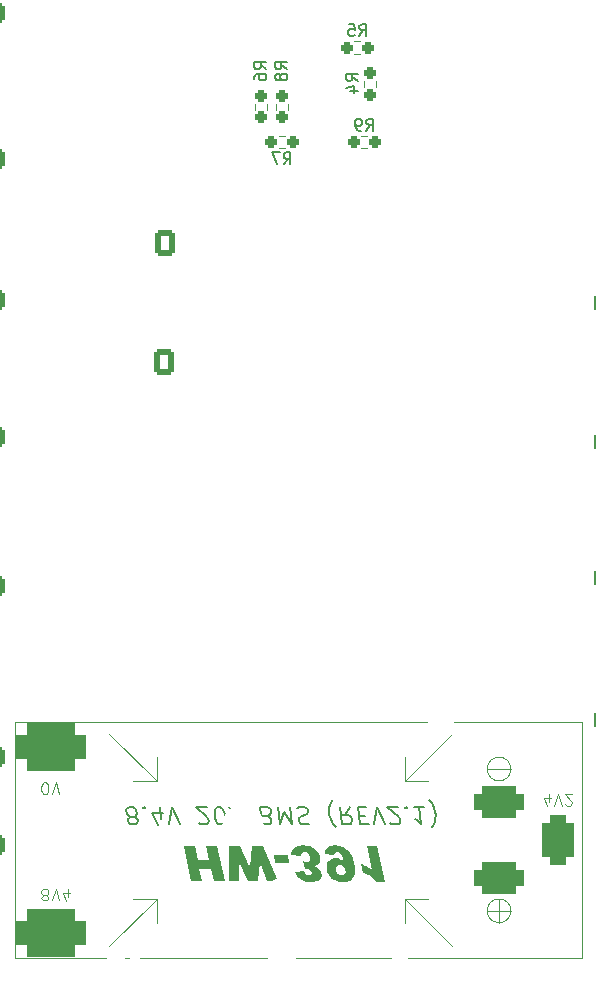
<source format=gbo>
G04 #@! TF.GenerationSoftware,KiCad,Pcbnew,8.0.0*
G04 #@! TF.CreationDate,2024-03-12T14:16:29+01:00*
G04 #@! TF.ProjectId,Samochodzik,53616d6f-6368-46f6-947a-696b2e6b6963,rev?*
G04 #@! TF.SameCoordinates,Original*
G04 #@! TF.FileFunction,Legend,Bot*
G04 #@! TF.FilePolarity,Positive*
%FSLAX46Y46*%
G04 Gerber Fmt 4.6, Leading zero omitted, Abs format (unit mm)*
G04 Created by KiCad (PCBNEW 8.0.0) date 2024-03-12 14:16:29*
%MOMM*%
%LPD*%
G01*
G04 APERTURE LIST*
G04 Aperture macros list*
%AMRoundRect*
0 Rectangle with rounded corners*
0 $1 Rounding radius*
0 $2 $3 $4 $5 $6 $7 $8 $9 X,Y pos of 4 corners*
0 Add a 4 corners polygon primitive as box body*
4,1,4,$2,$3,$4,$5,$6,$7,$8,$9,$2,$3,0*
0 Add four circle primitives for the rounded corners*
1,1,$1+$1,$2,$3*
1,1,$1+$1,$4,$5*
1,1,$1+$1,$6,$7*
1,1,$1+$1,$8,$9*
0 Add four rect primitives between the rounded corners*
20,1,$1+$1,$2,$3,$4,$5,0*
20,1,$1+$1,$4,$5,$6,$7,0*
20,1,$1+$1,$6,$7,$8,$9,0*
20,1,$1+$1,$8,$9,$2,$3,0*%
G04 Aperture macros list end*
%ADD10C,0.150000*%
%ADD11C,0.100000*%
%ADD12C,0.200000*%
%ADD13C,0.120000*%
%ADD14RoundRect,0.250000X0.845000X-0.620000X0.845000X0.620000X-0.845000X0.620000X-0.845000X-0.620000X0*%
%ADD15O,2.190000X1.740000*%
%ADD16R,1.700000X1.700000*%
%ADD17O,1.700000X1.700000*%
%ADD18R,1.600000X1.600000*%
%ADD19C,1.600000*%
%ADD20RoundRect,0.250000X-0.845000X0.620000X-0.845000X-0.620000X0.845000X-0.620000X0.845000X0.620000X0*%
%ADD21R,1.500000X1.500000*%
%ADD22C,1.500000*%
%ADD23R,2.200000X2.200000*%
%ADD24O,2.200000X2.200000*%
%ADD25O,3.500000X3.500000*%
%ADD26R,1.905000X2.000000*%
%ADD27O,1.905000X2.000000*%
%ADD28R,1.800000X1.800000*%
%ADD29C,1.800000*%
%ADD30RoundRect,0.250000X0.620000X0.845000X-0.620000X0.845000X-0.620000X-0.845000X0.620000X-0.845000X0*%
%ADD31O,1.740000X2.190000*%
%ADD32C,2.000000*%
%ADD33C,3.200000*%
%ADD34O,1.600000X1.600000*%
%ADD35C,2.600000*%
%ADD36RoundRect,0.237500X-0.237500X0.250000X-0.237500X-0.250000X0.237500X-0.250000X0.237500X0.250000X0*%
%ADD37RoundRect,0.237500X-0.250000X-0.237500X0.250000X-0.237500X0.250000X0.237500X-0.250000X0.237500X0*%
%ADD38RoundRect,0.687500X1.437500X0.687500X-1.437500X0.687500X-1.437500X-0.687500X1.437500X-0.687500X0*%
%ADD39RoundRect,0.687500X-0.687500X1.437500X-0.687500X-1.437500X0.687500X-1.437500X0.687500X1.437500X0*%
%ADD40RoundRect,1.000000X2.000000X1.000000X-2.000000X1.000000X-2.000000X-1.000000X2.000000X-1.000000X0*%
%ADD41RoundRect,0.237500X0.250000X0.237500X-0.250000X0.237500X-0.250000X-0.237500X0.250000X-0.237500X0*%
G04 APERTURE END LIST*
D10*
X214179155Y-54745549D02*
X213702964Y-54412216D01*
X214179155Y-54174121D02*
X213179155Y-54174121D01*
X213179155Y-54174121D02*
X213179155Y-54555073D01*
X213179155Y-54555073D02*
X213226774Y-54650311D01*
X213226774Y-54650311D02*
X213274393Y-54697930D01*
X213274393Y-54697930D02*
X213369631Y-54745549D01*
X213369631Y-54745549D02*
X213512488Y-54745549D01*
X213512488Y-54745549D02*
X213607726Y-54697930D01*
X213607726Y-54697930D02*
X213655345Y-54650311D01*
X213655345Y-54650311D02*
X213702964Y-54555073D01*
X213702964Y-54555073D02*
X213702964Y-54174121D01*
X213179155Y-55602692D02*
X213179155Y-55412216D01*
X213179155Y-55412216D02*
X213226774Y-55316978D01*
X213226774Y-55316978D02*
X213274393Y-55269359D01*
X213274393Y-55269359D02*
X213417250Y-55174121D01*
X213417250Y-55174121D02*
X213607726Y-55126502D01*
X213607726Y-55126502D02*
X213988678Y-55126502D01*
X213988678Y-55126502D02*
X214083916Y-55174121D01*
X214083916Y-55174121D02*
X214131536Y-55221740D01*
X214131536Y-55221740D02*
X214179155Y-55316978D01*
X214179155Y-55316978D02*
X214179155Y-55507454D01*
X214179155Y-55507454D02*
X214131536Y-55602692D01*
X214131536Y-55602692D02*
X214083916Y-55650311D01*
X214083916Y-55650311D02*
X213988678Y-55697930D01*
X213988678Y-55697930D02*
X213750583Y-55697930D01*
X213750583Y-55697930D02*
X213655345Y-55650311D01*
X213655345Y-55650311D02*
X213607726Y-55602692D01*
X213607726Y-55602692D02*
X213560107Y-55507454D01*
X213560107Y-55507454D02*
X213560107Y-55316978D01*
X213560107Y-55316978D02*
X213607726Y-55221740D01*
X213607726Y-55221740D02*
X213655345Y-55174121D01*
X213655345Y-55174121D02*
X213750583Y-55126502D01*
X221954819Y-55745833D02*
X221478628Y-55412500D01*
X221954819Y-55174405D02*
X220954819Y-55174405D01*
X220954819Y-55174405D02*
X220954819Y-55555357D01*
X220954819Y-55555357D02*
X221002438Y-55650595D01*
X221002438Y-55650595D02*
X221050057Y-55698214D01*
X221050057Y-55698214D02*
X221145295Y-55745833D01*
X221145295Y-55745833D02*
X221288152Y-55745833D01*
X221288152Y-55745833D02*
X221383390Y-55698214D01*
X221383390Y-55698214D02*
X221431009Y-55650595D01*
X221431009Y-55650595D02*
X221478628Y-55555357D01*
X221478628Y-55555357D02*
X221478628Y-55174405D01*
X221288152Y-56602976D02*
X221954819Y-56602976D01*
X220907200Y-56364881D02*
X221621485Y-56126786D01*
X221621485Y-56126786D02*
X221621485Y-56745833D01*
X215666666Y-62797319D02*
X215999999Y-62321128D01*
X216238094Y-62797319D02*
X216238094Y-61797319D01*
X216238094Y-61797319D02*
X215857142Y-61797319D01*
X215857142Y-61797319D02*
X215761904Y-61844938D01*
X215761904Y-61844938D02*
X215714285Y-61892557D01*
X215714285Y-61892557D02*
X215666666Y-61987795D01*
X215666666Y-61987795D02*
X215666666Y-62130652D01*
X215666666Y-62130652D02*
X215714285Y-62225890D01*
X215714285Y-62225890D02*
X215761904Y-62273509D01*
X215761904Y-62273509D02*
X215857142Y-62321128D01*
X215857142Y-62321128D02*
X216238094Y-62321128D01*
X215333332Y-61797319D02*
X214666666Y-61797319D01*
X214666666Y-61797319D02*
X215095237Y-62797319D01*
D11*
X195394360Y-116127580D02*
X195489598Y-116127580D01*
X195489598Y-116127580D02*
X195584836Y-116079961D01*
X195584836Y-116079961D02*
X195632455Y-116032342D01*
X195632455Y-116032342D02*
X195680074Y-115937104D01*
X195680074Y-115937104D02*
X195727693Y-115746628D01*
X195727693Y-115746628D02*
X195727693Y-115508533D01*
X195727693Y-115508533D02*
X195680074Y-115318057D01*
X195680074Y-115318057D02*
X195632455Y-115222819D01*
X195632455Y-115222819D02*
X195584836Y-115175200D01*
X195584836Y-115175200D02*
X195489598Y-115127580D01*
X195489598Y-115127580D02*
X195394360Y-115127580D01*
X195394360Y-115127580D02*
X195299122Y-115175200D01*
X195299122Y-115175200D02*
X195251503Y-115222819D01*
X195251503Y-115222819D02*
X195203884Y-115318057D01*
X195203884Y-115318057D02*
X195156265Y-115508533D01*
X195156265Y-115508533D02*
X195156265Y-115746628D01*
X195156265Y-115746628D02*
X195203884Y-115937104D01*
X195203884Y-115937104D02*
X195251503Y-116032342D01*
X195251503Y-116032342D02*
X195299122Y-116079961D01*
X195299122Y-116079961D02*
X195394360Y-116127580D01*
X196013408Y-116127580D02*
X196346741Y-115127580D01*
X196346741Y-115127580D02*
X196680074Y-116127580D01*
D12*
G36*
X207831297Y-123511256D02*
G01*
X208744277Y-123511256D01*
X208529588Y-122479574D01*
X209526831Y-122479574D01*
X209741521Y-123511256D01*
X210658164Y-123511256D01*
X210033879Y-120510000D01*
X209117236Y-120510000D01*
X209370760Y-121729260D01*
X208373517Y-121729260D01*
X208119993Y-120510000D01*
X207207013Y-120510000D01*
X207831297Y-123511256D01*
G37*
G36*
X211018667Y-123511256D02*
G01*
X211886217Y-123511256D01*
X211849581Y-121834773D01*
X212653384Y-123511256D01*
X213518736Y-123511256D01*
X213627180Y-121834773D01*
X214288101Y-123511256D01*
X215151256Y-123511256D01*
X213875575Y-120510000D01*
X212980914Y-120510000D01*
X212855617Y-122399706D01*
X211947034Y-120510000D01*
X211051639Y-120510000D01*
X211018667Y-123511256D01*
G37*
G36*
X214948290Y-121963733D02*
G01*
X216141905Y-121963733D01*
X216005617Y-121307208D01*
X214812002Y-121307208D01*
X214948290Y-121963733D01*
G37*
G36*
X217358234Y-122620258D02*
G01*
X216608653Y-122752149D01*
X216680343Y-122892163D01*
X216761873Y-123019297D01*
X216869429Y-123151341D01*
X216990378Y-123265855D01*
X217104710Y-123350055D01*
X217253028Y-123431139D01*
X217394279Y-123484789D01*
X217548564Y-123523806D01*
X217715883Y-123548193D01*
X217865274Y-123557337D01*
X217927564Y-123558150D01*
X218099548Y-123552927D01*
X218253714Y-123537256D01*
X218415195Y-123504661D01*
X218571162Y-123447620D01*
X218706648Y-123357357D01*
X218720376Y-123344193D01*
X218818470Y-123215503D01*
X218872051Y-123069309D01*
X218881119Y-122905610D01*
X218866922Y-122807103D01*
X218818690Y-122659310D01*
X218738291Y-122523125D01*
X218690334Y-122464187D01*
X218573762Y-122354140D01*
X218442645Y-122262678D01*
X218318108Y-122194542D01*
X218458792Y-122147098D01*
X218558443Y-122092693D01*
X218665971Y-121984066D01*
X218735031Y-121845764D01*
X218761177Y-121701047D01*
X218753056Y-121546323D01*
X218741625Y-121481598D01*
X218699984Y-121333664D01*
X218637710Y-121189093D01*
X218554801Y-121047883D01*
X218499825Y-120970886D01*
X218401136Y-120855893D01*
X218290448Y-120754914D01*
X218167762Y-120667948D01*
X218033077Y-120594996D01*
X217884425Y-120537294D01*
X217740680Y-120500328D01*
X217584172Y-120475985D01*
X217414902Y-120464264D01*
X217338450Y-120463105D01*
X217171504Y-120467698D01*
X217022650Y-120481477D01*
X216874685Y-120508474D01*
X216722958Y-120559092D01*
X216588402Y-120636064D01*
X216477915Y-120733988D01*
X216398360Y-120841193D01*
X216332352Y-120980315D01*
X216290679Y-121126173D01*
X216268100Y-121273231D01*
X216265003Y-121307941D01*
X217104710Y-121400997D01*
X217121110Y-121250348D01*
X217188137Y-121112429D01*
X217193370Y-121107173D01*
X217327665Y-121037278D01*
X217435170Y-121025840D01*
X217582968Y-121051439D01*
X217717242Y-121128236D01*
X217734124Y-121142344D01*
X217834001Y-121259652D01*
X217894344Y-121394953D01*
X217909246Y-121453754D01*
X217922148Y-121600217D01*
X217877346Y-121746860D01*
X217867480Y-121760767D01*
X217743034Y-121849047D01*
X217602965Y-121869944D01*
X217450008Y-121851625D01*
X217327459Y-121823049D01*
X217498185Y-122441472D01*
X217603698Y-122432679D01*
X217756106Y-122455211D01*
X217890928Y-122522805D01*
X217997075Y-122627869D01*
X218043335Y-122736029D01*
X218028910Y-122886192D01*
X218001570Y-122924340D01*
X217868163Y-122989793D01*
X217794940Y-122995415D01*
X217642956Y-122968985D01*
X217541416Y-122911884D01*
X217441765Y-122797578D01*
X217372668Y-122658305D01*
X217358234Y-122620258D01*
G37*
G36*
X220124943Y-120464576D02*
G01*
X220303509Y-120481127D01*
X220473132Y-120516067D01*
X220633810Y-120569398D01*
X220785543Y-120641118D01*
X220928332Y-120731228D01*
X221062177Y-120839727D01*
X221185767Y-120968012D01*
X221275985Y-121085890D01*
X221358508Y-121217323D01*
X221433338Y-121362312D01*
X221500474Y-121520856D01*
X221559917Y-121692955D01*
X221611666Y-121878610D01*
X221645429Y-122026748D01*
X221665189Y-122128300D01*
X221690079Y-122289110D01*
X221704916Y-122439366D01*
X221709450Y-122605741D01*
X221699507Y-122756918D01*
X221669609Y-122914082D01*
X221630685Y-123033539D01*
X221562839Y-123172941D01*
X221464726Y-123302617D01*
X221343545Y-123403545D01*
X221281320Y-123439780D01*
X221137430Y-123497757D01*
X220990264Y-123532634D01*
X220823253Y-123552715D01*
X220664305Y-123558150D01*
X220641367Y-123558029D01*
X220486206Y-123550411D01*
X220320472Y-123527192D01*
X220167103Y-123488495D01*
X220026099Y-123434319D01*
X219911986Y-123374783D01*
X219776605Y-123281545D01*
X219666970Y-123182902D01*
X219567411Y-123069420D01*
X219480857Y-122945589D01*
X219410240Y-122815163D01*
X219355560Y-122678143D01*
X219316817Y-122534528D01*
X219296846Y-122407194D01*
X220086148Y-122407194D01*
X220101570Y-122557976D01*
X220117841Y-122623757D01*
X220179571Y-122769671D01*
X220277424Y-122886238D01*
X220293856Y-122899459D01*
X220425308Y-122971426D01*
X220571249Y-122995415D01*
X220582026Y-122995297D01*
X220725488Y-122965190D01*
X220840893Y-122874515D01*
X220867454Y-122834479D01*
X220905922Y-122687325D01*
X220892184Y-122540390D01*
X220876137Y-122477053D01*
X220812817Y-122334645D01*
X220709734Y-122217257D01*
X220683466Y-122197091D01*
X220552874Y-122129211D01*
X220398325Y-122104417D01*
X220258727Y-122130016D01*
X220143335Y-122220921D01*
X220119325Y-122259868D01*
X220086148Y-122407194D01*
X219296846Y-122407194D01*
X219296306Y-122403750D01*
X219291291Y-122256403D01*
X219312464Y-122097716D01*
X219362738Y-121953265D01*
X219442114Y-121823049D01*
X219483972Y-121772766D01*
X219594112Y-121674672D01*
X219741368Y-121595537D01*
X219888925Y-121555145D01*
X220053942Y-121541681D01*
X220129170Y-121544412D01*
X220284210Y-121569063D01*
X220428367Y-121619351D01*
X220547543Y-121683815D01*
X220669317Y-121769405D01*
X220782274Y-121865547D01*
X220773464Y-121835513D01*
X220721772Y-121669069D01*
X220672090Y-121526221D01*
X220608972Y-121372462D01*
X220528018Y-121229539D01*
X220459165Y-121150168D01*
X220331018Y-121059459D01*
X220177773Y-121025840D01*
X220137931Y-121028056D01*
X220003384Y-121088855D01*
X219960308Y-121162025D01*
X219940369Y-121307208D01*
X219105059Y-121214884D01*
X219123271Y-121081712D01*
X219162532Y-120936734D01*
X219226692Y-120800893D01*
X219274677Y-120732231D01*
X219385373Y-120624809D01*
X219512456Y-120548834D01*
X219574677Y-120524137D01*
X219723484Y-120487300D01*
X219885186Y-120468463D01*
X220051011Y-120463105D01*
X220124943Y-120464576D01*
G37*
G36*
X224215108Y-123558150D02*
G01*
X223581297Y-120510000D01*
X222750383Y-120510000D01*
X223165108Y-122505952D01*
X223035541Y-122420912D01*
X222909800Y-122345493D01*
X222774575Y-122272979D01*
X222721807Y-122247299D01*
X222582131Y-122186262D01*
X222440760Y-122132675D01*
X222284551Y-122080363D01*
X222210362Y-122057522D01*
X222356908Y-122760942D01*
X222518337Y-122813707D01*
X222667402Y-122870336D01*
X222804101Y-122930829D01*
X222947957Y-123006288D01*
X223074982Y-123087006D01*
X223205454Y-123188168D01*
X223325758Y-123300413D01*
X223435897Y-123423740D01*
X223535868Y-123558150D01*
X224215108Y-123558150D01*
G37*
D11*
X195346741Y-124699009D02*
X195251503Y-124746628D01*
X195251503Y-124746628D02*
X195203884Y-124794247D01*
X195203884Y-124794247D02*
X195156265Y-124889485D01*
X195156265Y-124889485D02*
X195156265Y-124937104D01*
X195156265Y-124937104D02*
X195203884Y-125032342D01*
X195203884Y-125032342D02*
X195251503Y-125079961D01*
X195251503Y-125079961D02*
X195346741Y-125127580D01*
X195346741Y-125127580D02*
X195537217Y-125127580D01*
X195537217Y-125127580D02*
X195632455Y-125079961D01*
X195632455Y-125079961D02*
X195680074Y-125032342D01*
X195680074Y-125032342D02*
X195727693Y-124937104D01*
X195727693Y-124937104D02*
X195727693Y-124889485D01*
X195727693Y-124889485D02*
X195680074Y-124794247D01*
X195680074Y-124794247D02*
X195632455Y-124746628D01*
X195632455Y-124746628D02*
X195537217Y-124699009D01*
X195537217Y-124699009D02*
X195346741Y-124699009D01*
X195346741Y-124699009D02*
X195251503Y-124651390D01*
X195251503Y-124651390D02*
X195203884Y-124603771D01*
X195203884Y-124603771D02*
X195156265Y-124508533D01*
X195156265Y-124508533D02*
X195156265Y-124318057D01*
X195156265Y-124318057D02*
X195203884Y-124222819D01*
X195203884Y-124222819D02*
X195251503Y-124175200D01*
X195251503Y-124175200D02*
X195346741Y-124127580D01*
X195346741Y-124127580D02*
X195537217Y-124127580D01*
X195537217Y-124127580D02*
X195632455Y-124175200D01*
X195632455Y-124175200D02*
X195680074Y-124222819D01*
X195680074Y-124222819D02*
X195727693Y-124318057D01*
X195727693Y-124318057D02*
X195727693Y-124508533D01*
X195727693Y-124508533D02*
X195680074Y-124603771D01*
X195680074Y-124603771D02*
X195632455Y-124651390D01*
X195632455Y-124651390D02*
X195537217Y-124699009D01*
X196013408Y-125127580D02*
X196346741Y-124127580D01*
X196346741Y-124127580D02*
X196680074Y-125127580D01*
X197441979Y-124794247D02*
X197441979Y-124127580D01*
X197203884Y-125175200D02*
X196965789Y-124460914D01*
X196965789Y-124460914D02*
X197584836Y-124460914D01*
D12*
X202701220Y-118051114D02*
X202567292Y-118122542D01*
X202567292Y-118122542D02*
X202504792Y-118193971D01*
X202504792Y-118193971D02*
X202451220Y-118336828D01*
X202451220Y-118336828D02*
X202460149Y-118408257D01*
X202460149Y-118408257D02*
X202549435Y-118551114D01*
X202549435Y-118551114D02*
X202629792Y-118622542D01*
X202629792Y-118622542D02*
X202781578Y-118693971D01*
X202781578Y-118693971D02*
X203067292Y-118693971D01*
X203067292Y-118693971D02*
X203201220Y-118622542D01*
X203201220Y-118622542D02*
X203263720Y-118551114D01*
X203263720Y-118551114D02*
X203317292Y-118408257D01*
X203317292Y-118408257D02*
X203308363Y-118336828D01*
X203308363Y-118336828D02*
X203219078Y-118193971D01*
X203219078Y-118193971D02*
X203138720Y-118122542D01*
X203138720Y-118122542D02*
X202986935Y-118051114D01*
X202986935Y-118051114D02*
X202701220Y-118051114D01*
X202701220Y-118051114D02*
X202549435Y-117979685D01*
X202549435Y-117979685D02*
X202469078Y-117908257D01*
X202469078Y-117908257D02*
X202379792Y-117765400D01*
X202379792Y-117765400D02*
X202344078Y-117479685D01*
X202344078Y-117479685D02*
X202397649Y-117336828D01*
X202397649Y-117336828D02*
X202460149Y-117265400D01*
X202460149Y-117265400D02*
X202594078Y-117193971D01*
X202594078Y-117193971D02*
X202879792Y-117193971D01*
X202879792Y-117193971D02*
X203031578Y-117265400D01*
X203031578Y-117265400D02*
X203111935Y-117336828D01*
X203111935Y-117336828D02*
X203201220Y-117479685D01*
X203201220Y-117479685D02*
X203236935Y-117765400D01*
X203236935Y-117765400D02*
X203183363Y-117908257D01*
X203183363Y-117908257D02*
X203120863Y-117979685D01*
X203120863Y-117979685D02*
X202986935Y-118051114D01*
X203826220Y-117336828D02*
X203888720Y-117265400D01*
X203888720Y-117265400D02*
X203808363Y-117193971D01*
X203808363Y-117193971D02*
X203745863Y-117265400D01*
X203745863Y-117265400D02*
X203826220Y-117336828D01*
X203826220Y-117336828D02*
X203808363Y-117193971D01*
X205290506Y-118193971D02*
X205165506Y-117193971D01*
X205004792Y-118765400D02*
X204513720Y-117693971D01*
X204513720Y-117693971D02*
X205442292Y-117693971D01*
X205924434Y-118693971D02*
X206236934Y-117193971D01*
X206236934Y-117193971D02*
X206924434Y-118693971D01*
X208478005Y-118551114D02*
X208558362Y-118622542D01*
X208558362Y-118622542D02*
X208710148Y-118693971D01*
X208710148Y-118693971D02*
X209067291Y-118693971D01*
X209067291Y-118693971D02*
X209201219Y-118622542D01*
X209201219Y-118622542D02*
X209263719Y-118551114D01*
X209263719Y-118551114D02*
X209317291Y-118408257D01*
X209317291Y-118408257D02*
X209299434Y-118265400D01*
X209299434Y-118265400D02*
X209201219Y-118051114D01*
X209201219Y-118051114D02*
X208236934Y-117193971D01*
X208236934Y-117193971D02*
X209165505Y-117193971D01*
X210281576Y-118693971D02*
X210424433Y-118693971D01*
X210424433Y-118693971D02*
X210558362Y-118622542D01*
X210558362Y-118622542D02*
X210620862Y-118551114D01*
X210620862Y-118551114D02*
X210674433Y-118408257D01*
X210674433Y-118408257D02*
X210710148Y-118122542D01*
X210710148Y-118122542D02*
X210665505Y-117765400D01*
X210665505Y-117765400D02*
X210558362Y-117479685D01*
X210558362Y-117479685D02*
X210469076Y-117336828D01*
X210469076Y-117336828D02*
X210388719Y-117265400D01*
X210388719Y-117265400D02*
X210236933Y-117193971D01*
X210236933Y-117193971D02*
X210094076Y-117193971D01*
X210094076Y-117193971D02*
X209960148Y-117265400D01*
X209960148Y-117265400D02*
X209897648Y-117336828D01*
X209897648Y-117336828D02*
X209844076Y-117479685D01*
X209844076Y-117479685D02*
X209808362Y-117765400D01*
X209808362Y-117765400D02*
X209853005Y-118122542D01*
X209853005Y-118122542D02*
X209960148Y-118408257D01*
X209960148Y-118408257D02*
X210049433Y-118551114D01*
X210049433Y-118551114D02*
X210129790Y-118622542D01*
X210129790Y-118622542D02*
X210281576Y-118693971D01*
X211219076Y-117622542D02*
X211933361Y-117622542D01*
X211022647Y-117193971D02*
X211710147Y-118693971D01*
X211710147Y-118693971D02*
X212022647Y-117193971D01*
X214263718Y-117979685D02*
X214469075Y-117908257D01*
X214469075Y-117908257D02*
X214531575Y-117836828D01*
X214531575Y-117836828D02*
X214585147Y-117693971D01*
X214585147Y-117693971D02*
X214558361Y-117479685D01*
X214558361Y-117479685D02*
X214469075Y-117336828D01*
X214469075Y-117336828D02*
X214388718Y-117265400D01*
X214388718Y-117265400D02*
X214236932Y-117193971D01*
X214236932Y-117193971D02*
X213665504Y-117193971D01*
X213665504Y-117193971D02*
X213853004Y-118693971D01*
X213853004Y-118693971D02*
X214353004Y-118693971D01*
X214353004Y-118693971D02*
X214486932Y-118622542D01*
X214486932Y-118622542D02*
X214549432Y-118551114D01*
X214549432Y-118551114D02*
X214603004Y-118408257D01*
X214603004Y-118408257D02*
X214585147Y-118265400D01*
X214585147Y-118265400D02*
X214495861Y-118122542D01*
X214495861Y-118122542D02*
X214415504Y-118051114D01*
X214415504Y-118051114D02*
X214263718Y-117979685D01*
X214263718Y-117979685D02*
X213763718Y-117979685D01*
X215165504Y-117193971D02*
X215353004Y-118693971D01*
X215353004Y-118693971D02*
X215719075Y-117622542D01*
X215719075Y-117622542D02*
X216353004Y-118693971D01*
X216353004Y-118693971D02*
X216165504Y-117193971D01*
X216817290Y-117265400D02*
X217022647Y-117193971D01*
X217022647Y-117193971D02*
X217379790Y-117193971D01*
X217379790Y-117193971D02*
X217531576Y-117265400D01*
X217531576Y-117265400D02*
X217611933Y-117336828D01*
X217611933Y-117336828D02*
X217701218Y-117479685D01*
X217701218Y-117479685D02*
X217719076Y-117622542D01*
X217719076Y-117622542D02*
X217665504Y-117765400D01*
X217665504Y-117765400D02*
X217603004Y-117836828D01*
X217603004Y-117836828D02*
X217469076Y-117908257D01*
X217469076Y-117908257D02*
X217192290Y-117979685D01*
X217192290Y-117979685D02*
X217058361Y-118051114D01*
X217058361Y-118051114D02*
X216995861Y-118122542D01*
X216995861Y-118122542D02*
X216942290Y-118265400D01*
X216942290Y-118265400D02*
X216960147Y-118408257D01*
X216960147Y-118408257D02*
X217049433Y-118551114D01*
X217049433Y-118551114D02*
X217129790Y-118622542D01*
X217129790Y-118622542D02*
X217281576Y-118693971D01*
X217281576Y-118693971D02*
X217638718Y-118693971D01*
X217638718Y-118693971D02*
X217844076Y-118622542D01*
X219808361Y-116622542D02*
X219745861Y-116693971D01*
X219745861Y-116693971D02*
X219629789Y-116908257D01*
X219629789Y-116908257D02*
X219576218Y-117051114D01*
X219576218Y-117051114D02*
X219531575Y-117265400D01*
X219531575Y-117265400D02*
X219504789Y-117622542D01*
X219504789Y-117622542D02*
X219540504Y-117908257D01*
X219540504Y-117908257D02*
X219656575Y-118265400D01*
X219656575Y-118265400D02*
X219754789Y-118479685D01*
X219754789Y-118479685D02*
X219844075Y-118622542D01*
X219844075Y-118622542D02*
X220013718Y-118836828D01*
X220013718Y-118836828D02*
X220094075Y-118908257D01*
X221308361Y-117193971D02*
X220897646Y-117908257D01*
X220451218Y-117193971D02*
X220638718Y-118693971D01*
X220638718Y-118693971D02*
X221210146Y-118693971D01*
X221210146Y-118693971D02*
X221344075Y-118622542D01*
X221344075Y-118622542D02*
X221406575Y-118551114D01*
X221406575Y-118551114D02*
X221460146Y-118408257D01*
X221460146Y-118408257D02*
X221433361Y-118193971D01*
X221433361Y-118193971D02*
X221344075Y-118051114D01*
X221344075Y-118051114D02*
X221263718Y-117979685D01*
X221263718Y-117979685D02*
X221111932Y-117908257D01*
X221111932Y-117908257D02*
X220540504Y-117908257D01*
X222049432Y-117979685D02*
X222549432Y-117979685D01*
X222665504Y-117193971D02*
X221951218Y-117193971D01*
X221951218Y-117193971D02*
X222138718Y-118693971D01*
X222138718Y-118693971D02*
X222853004Y-118693971D01*
X223281575Y-118693971D02*
X223594075Y-117193971D01*
X223594075Y-117193971D02*
X224281575Y-118693971D01*
X224692289Y-118551114D02*
X224772646Y-118622542D01*
X224772646Y-118622542D02*
X224924432Y-118693971D01*
X224924432Y-118693971D02*
X225281575Y-118693971D01*
X225281575Y-118693971D02*
X225415503Y-118622542D01*
X225415503Y-118622542D02*
X225478003Y-118551114D01*
X225478003Y-118551114D02*
X225531575Y-118408257D01*
X225531575Y-118408257D02*
X225513718Y-118265400D01*
X225513718Y-118265400D02*
X225415503Y-118051114D01*
X225415503Y-118051114D02*
X224451218Y-117193971D01*
X224451218Y-117193971D02*
X225379789Y-117193971D01*
X226040503Y-117336828D02*
X226103003Y-117265400D01*
X226103003Y-117265400D02*
X226022646Y-117193971D01*
X226022646Y-117193971D02*
X225960146Y-117265400D01*
X225960146Y-117265400D02*
X226040503Y-117336828D01*
X226040503Y-117336828D02*
X226022646Y-117193971D01*
X227522646Y-117193971D02*
X226665503Y-117193971D01*
X227094075Y-117193971D02*
X227281575Y-118693971D01*
X227281575Y-118693971D02*
X227111932Y-118479685D01*
X227111932Y-118479685D02*
X226951218Y-118336828D01*
X226951218Y-118336828D02*
X226799432Y-118265400D01*
X227951217Y-116622542D02*
X228031574Y-116693971D01*
X228031574Y-116693971D02*
X228201217Y-116908257D01*
X228201217Y-116908257D02*
X228290503Y-117051114D01*
X228290503Y-117051114D02*
X228388717Y-117265400D01*
X228388717Y-117265400D02*
X228504789Y-117622542D01*
X228504789Y-117622542D02*
X228540503Y-117908257D01*
X228540503Y-117908257D02*
X228513717Y-118265400D01*
X228513717Y-118265400D02*
X228469074Y-118479685D01*
X228469074Y-118479685D02*
X228415503Y-118622542D01*
X228415503Y-118622542D02*
X228299431Y-118836828D01*
X228299431Y-118836828D02*
X228236931Y-118908257D01*
D11*
X238160744Y-116759268D02*
X238160744Y-116092601D01*
X237922649Y-117140221D02*
X237684554Y-116425935D01*
X237684554Y-116425935D02*
X238303601Y-116425935D01*
X238541697Y-117092601D02*
X238875030Y-116092601D01*
X238875030Y-116092601D02*
X239208363Y-117092601D01*
X239494078Y-116997363D02*
X239541697Y-117044982D01*
X239541697Y-117044982D02*
X239636935Y-117092601D01*
X239636935Y-117092601D02*
X239875030Y-117092601D01*
X239875030Y-117092601D02*
X239970268Y-117044982D01*
X239970268Y-117044982D02*
X240017887Y-116997363D01*
X240017887Y-116997363D02*
X240065506Y-116902125D01*
X240065506Y-116902125D02*
X240065506Y-116806887D01*
X240065506Y-116806887D02*
X240017887Y-116664030D01*
X240017887Y-116664030D02*
X239446459Y-116092601D01*
X239446459Y-116092601D02*
X240065506Y-116092601D01*
D10*
X215954819Y-54745833D02*
X215478628Y-54412500D01*
X215954819Y-54174405D02*
X214954819Y-54174405D01*
X214954819Y-54174405D02*
X214954819Y-54555357D01*
X214954819Y-54555357D02*
X215002438Y-54650595D01*
X215002438Y-54650595D02*
X215050057Y-54698214D01*
X215050057Y-54698214D02*
X215145295Y-54745833D01*
X215145295Y-54745833D02*
X215288152Y-54745833D01*
X215288152Y-54745833D02*
X215383390Y-54698214D01*
X215383390Y-54698214D02*
X215431009Y-54650595D01*
X215431009Y-54650595D02*
X215478628Y-54555357D01*
X215478628Y-54555357D02*
X215478628Y-54174405D01*
X215383390Y-55317262D02*
X215335771Y-55222024D01*
X215335771Y-55222024D02*
X215288152Y-55174405D01*
X215288152Y-55174405D02*
X215192914Y-55126786D01*
X215192914Y-55126786D02*
X215145295Y-55126786D01*
X215145295Y-55126786D02*
X215050057Y-55174405D01*
X215050057Y-55174405D02*
X215002438Y-55222024D01*
X215002438Y-55222024D02*
X214954819Y-55317262D01*
X214954819Y-55317262D02*
X214954819Y-55507738D01*
X214954819Y-55507738D02*
X215002438Y-55602976D01*
X215002438Y-55602976D02*
X215050057Y-55650595D01*
X215050057Y-55650595D02*
X215145295Y-55698214D01*
X215145295Y-55698214D02*
X215192914Y-55698214D01*
X215192914Y-55698214D02*
X215288152Y-55650595D01*
X215288152Y-55650595D02*
X215335771Y-55602976D01*
X215335771Y-55602976D02*
X215383390Y-55507738D01*
X215383390Y-55507738D02*
X215383390Y-55317262D01*
X215383390Y-55317262D02*
X215431009Y-55222024D01*
X215431009Y-55222024D02*
X215478628Y-55174405D01*
X215478628Y-55174405D02*
X215573866Y-55126786D01*
X215573866Y-55126786D02*
X215764342Y-55126786D01*
X215764342Y-55126786D02*
X215859580Y-55174405D01*
X215859580Y-55174405D02*
X215907200Y-55222024D01*
X215907200Y-55222024D02*
X215954819Y-55317262D01*
X215954819Y-55317262D02*
X215954819Y-55507738D01*
X215954819Y-55507738D02*
X215907200Y-55602976D01*
X215907200Y-55602976D02*
X215859580Y-55650595D01*
X215859580Y-55650595D02*
X215764342Y-55698214D01*
X215764342Y-55698214D02*
X215573866Y-55698214D01*
X215573866Y-55698214D02*
X215478628Y-55650595D01*
X215478628Y-55650595D02*
X215431009Y-55602976D01*
X215431009Y-55602976D02*
X215383390Y-55507738D01*
X222079166Y-51937319D02*
X222412499Y-51461128D01*
X222650594Y-51937319D02*
X222650594Y-50937319D01*
X222650594Y-50937319D02*
X222269642Y-50937319D01*
X222269642Y-50937319D02*
X222174404Y-50984938D01*
X222174404Y-50984938D02*
X222126785Y-51032557D01*
X222126785Y-51032557D02*
X222079166Y-51127795D01*
X222079166Y-51127795D02*
X222079166Y-51270652D01*
X222079166Y-51270652D02*
X222126785Y-51365890D01*
X222126785Y-51365890D02*
X222174404Y-51413509D01*
X222174404Y-51413509D02*
X222269642Y-51461128D01*
X222269642Y-51461128D02*
X222650594Y-51461128D01*
X221174404Y-50937319D02*
X221650594Y-50937319D01*
X221650594Y-50937319D02*
X221698213Y-51413509D01*
X221698213Y-51413509D02*
X221650594Y-51365890D01*
X221650594Y-51365890D02*
X221555356Y-51318271D01*
X221555356Y-51318271D02*
X221317261Y-51318271D01*
X221317261Y-51318271D02*
X221222023Y-51365890D01*
X221222023Y-51365890D02*
X221174404Y-51413509D01*
X221174404Y-51413509D02*
X221126785Y-51508747D01*
X221126785Y-51508747D02*
X221126785Y-51746842D01*
X221126785Y-51746842D02*
X221174404Y-51842080D01*
X221174404Y-51842080D02*
X221222023Y-51889700D01*
X221222023Y-51889700D02*
X221317261Y-51937319D01*
X221317261Y-51937319D02*
X221555356Y-51937319D01*
X221555356Y-51937319D02*
X221650594Y-51889700D01*
X221650594Y-51889700D02*
X221698213Y-51842080D01*
X222666666Y-59937319D02*
X222999999Y-59461128D01*
X223238094Y-59937319D02*
X223238094Y-58937319D01*
X223238094Y-58937319D02*
X222857142Y-58937319D01*
X222857142Y-58937319D02*
X222761904Y-58984938D01*
X222761904Y-58984938D02*
X222714285Y-59032557D01*
X222714285Y-59032557D02*
X222666666Y-59127795D01*
X222666666Y-59127795D02*
X222666666Y-59270652D01*
X222666666Y-59270652D02*
X222714285Y-59365890D01*
X222714285Y-59365890D02*
X222761904Y-59413509D01*
X222761904Y-59413509D02*
X222857142Y-59461128D01*
X222857142Y-59461128D02*
X223238094Y-59461128D01*
X222190475Y-59937319D02*
X221999999Y-59937319D01*
X221999999Y-59937319D02*
X221904761Y-59889700D01*
X221904761Y-59889700D02*
X221857142Y-59842080D01*
X221857142Y-59842080D02*
X221761904Y-59699223D01*
X221761904Y-59699223D02*
X221714285Y-59508747D01*
X221714285Y-59508747D02*
X221714285Y-59127795D01*
X221714285Y-59127795D02*
X221761904Y-59032557D01*
X221761904Y-59032557D02*
X221809523Y-58984938D01*
X221809523Y-58984938D02*
X221904761Y-58937319D01*
X221904761Y-58937319D02*
X222095237Y-58937319D01*
X222095237Y-58937319D02*
X222190475Y-58984938D01*
X222190475Y-58984938D02*
X222238094Y-59032557D01*
X222238094Y-59032557D02*
X222285713Y-59127795D01*
X222285713Y-59127795D02*
X222285713Y-59365890D01*
X222285713Y-59365890D02*
X222238094Y-59461128D01*
X222238094Y-59461128D02*
X222190475Y-59508747D01*
X222190475Y-59508747D02*
X222095237Y-59556366D01*
X222095237Y-59556366D02*
X221904761Y-59556366D01*
X221904761Y-59556366D02*
X221809523Y-59508747D01*
X221809523Y-59508747D02*
X221761904Y-59461128D01*
X221761904Y-59461128D02*
X221714285Y-59365890D01*
D13*
G04 #@! TO.C,R6*
X213201836Y-58166940D02*
X213201836Y-57657492D01*
X214246836Y-58166940D02*
X214246836Y-57657492D01*
G04 #@! TO.C,R4*
X222477500Y-56254724D02*
X222477500Y-55745276D01*
X223522500Y-56254724D02*
X223522500Y-55745276D01*
G04 #@! TO.C,R7*
X215754724Y-60390000D02*
X215245276Y-60390000D01*
X215754724Y-61435000D02*
X215245276Y-61435000D01*
D11*
G04 #@! TO.C,U3*
X192900000Y-110000000D02*
X240900000Y-110000000D01*
X192900000Y-130000000D02*
X192900000Y-110000000D01*
X200900000Y-111000000D02*
X204900000Y-115000000D01*
X200900000Y-129000000D02*
X204900000Y-125000000D01*
X202900000Y-115000000D02*
X204900000Y-115000000D01*
X202900000Y-125000000D02*
X204900000Y-125000000D01*
X204900000Y-113000000D02*
X204900000Y-115000000D01*
X204900000Y-127000000D02*
X204900000Y-125000000D01*
X225900000Y-113000000D02*
X225900000Y-115000000D01*
X225900000Y-127000000D02*
X225900000Y-125000000D01*
X227900000Y-115000000D02*
X225900000Y-115000000D01*
X227900000Y-125000000D02*
X225900000Y-125000000D01*
X229900000Y-111000000D02*
X225900000Y-115000000D01*
X229900000Y-129000000D02*
X225900000Y-125000000D01*
X232900000Y-114000000D02*
X234900000Y-114000000D01*
X232900000Y-126000000D02*
X234900000Y-126000000D01*
X233900000Y-125000000D02*
X233900000Y-127000000D01*
X233900000Y-126000000D02*
X233900000Y-125000000D01*
X240900000Y-110000000D02*
X240900000Y-130000000D01*
X240900000Y-130000000D02*
X192900000Y-130000000D01*
X234900000Y-114000000D02*
G75*
G02*
X232900000Y-114000000I-1000000J0D01*
G01*
X232900000Y-114000000D02*
G75*
G02*
X234900000Y-114000000I1000000J0D01*
G01*
X234900000Y-126000000D02*
G75*
G02*
X232900000Y-126000000I-1000000J0D01*
G01*
X232900000Y-126000000D02*
G75*
G02*
X234900000Y-126000000I1000000J0D01*
G01*
D13*
G04 #@! TO.C,R8*
X214977500Y-58167224D02*
X214977500Y-57657776D01*
X216022500Y-58167224D02*
X216022500Y-57657776D01*
G04 #@! TO.C,R5*
X221657776Y-52390000D02*
X222167224Y-52390000D01*
X221657776Y-53435000D02*
X222167224Y-53435000D01*
G04 #@! TO.C,R9*
X222245276Y-60390000D02*
X222754724Y-60390000D01*
X222245276Y-61435000D02*
X222754724Y-61435000D01*
G04 #@! TD*
%LPC*%
D14*
G04 #@! TO.C,J20*
X243020000Y-86310000D03*
D15*
X243020000Y-83770000D03*
X243020000Y-81230000D03*
X243020000Y-78690000D03*
G04 #@! TD*
D14*
G04 #@! TO.C,J1*
X243020000Y-109810000D03*
D15*
X243020000Y-107270000D03*
X243020000Y-104730000D03*
X243020000Y-102190000D03*
G04 #@! TD*
D16*
G04 #@! TO.C,J11*
X232275000Y-54062500D03*
D17*
X229735000Y-54062500D03*
G04 #@! TD*
D18*
G04 #@! TO.C,C2*
X223900000Y-132788614D03*
X225500000Y-132117677D03*
D19*
X225500000Y-129617677D03*
X227100000Y-128946740D03*
G04 #@! TD*
D20*
G04 #@! TO.C,J4*
X191000000Y-112960000D03*
D15*
X191000000Y-115500000D03*
G04 #@! TD*
D20*
G04 #@! TO.C,J19*
X191000000Y-85920000D03*
D15*
X191000000Y-88460000D03*
X191000000Y-91000000D03*
X191000000Y-93540000D03*
G04 #@! TD*
D16*
G04 #@! TO.C,J15*
X204775000Y-86000000D03*
D17*
X202235000Y-86000000D03*
G04 #@! TD*
D21*
G04 #@! TO.C,Q1*
X206543635Y-101499693D03*
D22*
X204003635Y-104039693D03*
X201463635Y-101499693D03*
G04 #@! TD*
D23*
G04 #@! TO.C,D1*
X225500000Y-101310000D03*
D24*
X225500000Y-93690000D03*
G04 #@! TD*
D25*
G04 #@! TO.C,U7*
X212228589Y-118708785D03*
D26*
X209688589Y-135368785D03*
D27*
X212228589Y-135368785D03*
X214768589Y-135368785D03*
G04 #@! TD*
D16*
G04 #@! TO.C,J7*
X232275000Y-57912500D03*
D17*
X229735000Y-57912500D03*
G04 #@! TD*
D18*
G04 #@! TO.C,C17*
X212900000Y-89288614D03*
X214500000Y-88617677D03*
D19*
X214500000Y-86117677D03*
X216100000Y-85446740D03*
G04 #@! TD*
D28*
G04 #@! TO.C,D11*
X243000000Y-114460000D03*
D29*
X243000000Y-117000000D03*
G04 #@! TD*
D16*
G04 #@! TO.C,J13*
X205275000Y-108000000D03*
D17*
X202735000Y-108000000D03*
G04 #@! TD*
D23*
G04 #@! TO.C,D8*
X232400000Y-106381827D03*
D24*
X232400000Y-98761827D03*
G04 #@! TD*
D23*
G04 #@! TO.C,D3*
X236000000Y-92535000D03*
D24*
X236000000Y-84915000D03*
G04 #@! TD*
D28*
G04 #@! TO.C,D10*
X243000000Y-123185000D03*
D29*
X243000000Y-125725000D03*
G04 #@! TD*
D14*
G04 #@! TO.C,J2*
X243020000Y-97810000D03*
D15*
X243020000Y-95270000D03*
X243020000Y-92730000D03*
X243020000Y-90190000D03*
G04 #@! TD*
D21*
G04 #@! TO.C,Q2*
X206486965Y-92397963D03*
D22*
X203946965Y-94937963D03*
X201406965Y-92397963D03*
G04 #@! TD*
D28*
G04 #@! TO.C,D9*
X243013249Y-132037500D03*
D29*
X243013249Y-134577500D03*
G04 #@! TD*
D30*
G04 #@! TO.C,J5*
X205580000Y-69500000D03*
D31*
X203040000Y-69500000D03*
X200500000Y-69500000D03*
X197960000Y-69500000D03*
G04 #@! TD*
D18*
G04 #@! TO.C,C4*
X199900000Y-133288614D03*
X201500000Y-132617677D03*
D19*
X201500000Y-130117677D03*
X203100000Y-129446740D03*
G04 #@! TD*
D20*
G04 #@! TO.C,J21*
X191000000Y-98460000D03*
D15*
X191000000Y-101000000D03*
X191000000Y-103540000D03*
X191000000Y-106080000D03*
G04 #@! TD*
D23*
G04 #@! TO.C,D6*
X229000000Y-109620000D03*
D24*
X229000000Y-102000000D03*
G04 #@! TD*
D20*
G04 #@! TO.C,J12*
X190980000Y-49960000D03*
D15*
X190980000Y-52500000D03*
X190980000Y-55040000D03*
X190980000Y-57580000D03*
G04 #@! TD*
D32*
G04 #@! TO.C,SW2*
X236250000Y-58750000D03*
X242750000Y-58750000D03*
X236250000Y-63250000D03*
X242750000Y-63250000D03*
G04 #@! TD*
D20*
G04 #@! TO.C,J16*
X190970395Y-74290910D03*
D15*
X190970395Y-76830910D03*
X190970395Y-79370910D03*
X190970395Y-81910910D03*
G04 #@! TD*
D30*
G04 #@! TO.C,J8*
X244162160Y-51480000D03*
D31*
X241622160Y-51480000D03*
X239082160Y-51480000D03*
X236542160Y-51480000D03*
G04 #@! TD*
D33*
G04 #@! TO.C,H1*
X220500000Y-107000000D03*
G04 #@! TD*
D20*
G04 #@! TO.C,J3*
X191000000Y-120460000D03*
D15*
X191000000Y-123000000D03*
G04 #@! TD*
D33*
G04 #@! TO.C,H2*
X222500000Y-90000000D03*
G04 #@! TD*
D32*
G04 #@! TO.C,SW1*
X199250000Y-56250000D03*
X199250000Y-49750000D03*
X203750000Y-56250000D03*
X203750000Y-49750000D03*
G04 #@! TD*
D23*
G04 #@! TO.C,D4*
X232449935Y-95726735D03*
D24*
X232449935Y-88106735D03*
G04 #@! TD*
D18*
G04 #@! TO.C,U2*
X219025000Y-79325000D03*
D34*
X221565000Y-79325000D03*
X224105000Y-79325000D03*
X226645000Y-79325000D03*
X229185000Y-79325000D03*
X231725000Y-79325000D03*
X234265000Y-79325000D03*
X236805000Y-79325000D03*
X236805000Y-69165000D03*
X234265000Y-69165000D03*
X231725000Y-69165000D03*
X229185000Y-69165000D03*
X226645000Y-69165000D03*
X224105000Y-69165000D03*
X221565000Y-69165000D03*
X219025000Y-69165000D03*
G04 #@! TD*
D23*
G04 #@! TO.C,D5*
X225500000Y-111810000D03*
D24*
X225500000Y-104190000D03*
G04 #@! TD*
D16*
G04 #@! TO.C,J18*
X198093709Y-92675000D03*
D17*
X198093709Y-90135000D03*
G04 #@! TD*
D16*
G04 #@! TO.C,J17*
X198260579Y-99586636D03*
D17*
X198260579Y-102126636D03*
G04 #@! TD*
D20*
G04 #@! TO.C,J6*
X191000000Y-62380000D03*
D15*
X191000000Y-64920000D03*
X191000000Y-67460000D03*
X191000000Y-70000000D03*
G04 #@! TD*
D35*
G04 #@! TO.C,L2*
X215500000Y-124500000D03*
X215500000Y-129500000D03*
G04 #@! TD*
D14*
G04 #@! TO.C,J9*
X243040000Y-74540000D03*
D15*
X243040000Y-72000000D03*
X243040000Y-69460000D03*
X243040000Y-66920000D03*
G04 #@! TD*
D14*
G04 #@! TO.C,J14*
X191020000Y-133250000D03*
D15*
X191020000Y-130710000D03*
G04 #@! TD*
D23*
G04 #@! TO.C,D2*
X229000000Y-98810000D03*
D24*
X229000000Y-91190000D03*
G04 #@! TD*
D30*
G04 #@! TO.C,J10*
X205500000Y-79500000D03*
D31*
X202960000Y-79500000D03*
X200420000Y-79500000D03*
X197880000Y-79500000D03*
G04 #@! TD*
D18*
G04 #@! TO.C,C18*
X214100000Y-107829063D03*
X212500000Y-108500000D03*
D19*
X212500000Y-111000000D03*
X210900000Y-111670937D03*
G04 #@! TD*
D23*
G04 #@! TO.C,D7*
X236000000Y-103345000D03*
D24*
X236000000Y-95725000D03*
G04 #@! TD*
D36*
G04 #@! TO.C,R6*
X213724336Y-56999716D03*
X213724336Y-58824716D03*
G04 #@! TD*
G04 #@! TO.C,R4*
X223000000Y-55087500D03*
X223000000Y-56912500D03*
G04 #@! TD*
D37*
G04 #@! TO.C,R7*
X214587500Y-60912500D03*
X216412500Y-60912500D03*
G04 #@! TD*
D38*
G04 #@! TO.C,U3*
X233900000Y-123200000D03*
X233900000Y-116800000D03*
D39*
X238900000Y-120000000D03*
D40*
X196000000Y-127900000D03*
X196000000Y-112100000D03*
G04 #@! TD*
D36*
G04 #@! TO.C,R8*
X215500000Y-57000000D03*
X215500000Y-58825000D03*
G04 #@! TD*
D41*
G04 #@! TO.C,R5*
X222825000Y-52912500D03*
X221000000Y-52912500D03*
G04 #@! TD*
G04 #@! TO.C,R9*
X223412500Y-60912500D03*
X221587500Y-60912500D03*
G04 #@! TD*
%LPD*%
M02*

</source>
